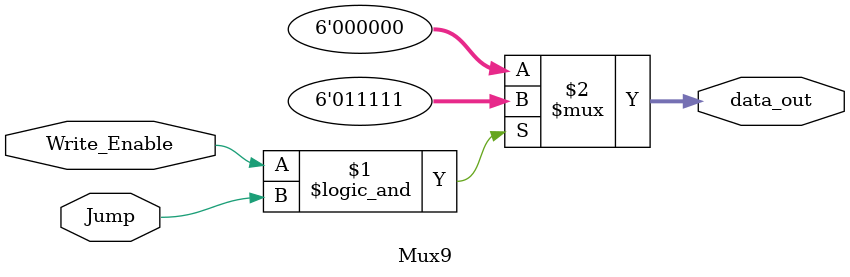
<source format=v>
module Mux9(data_out, Write_Enable,Jump);

input  Write_Enable;
input 	Jump;

output	[5:0] data_out;
assign  data_out = (Write_Enable && Jump)?6'b011111 : 6'b000000;

endmodule
																					
																					
																					
</source>
